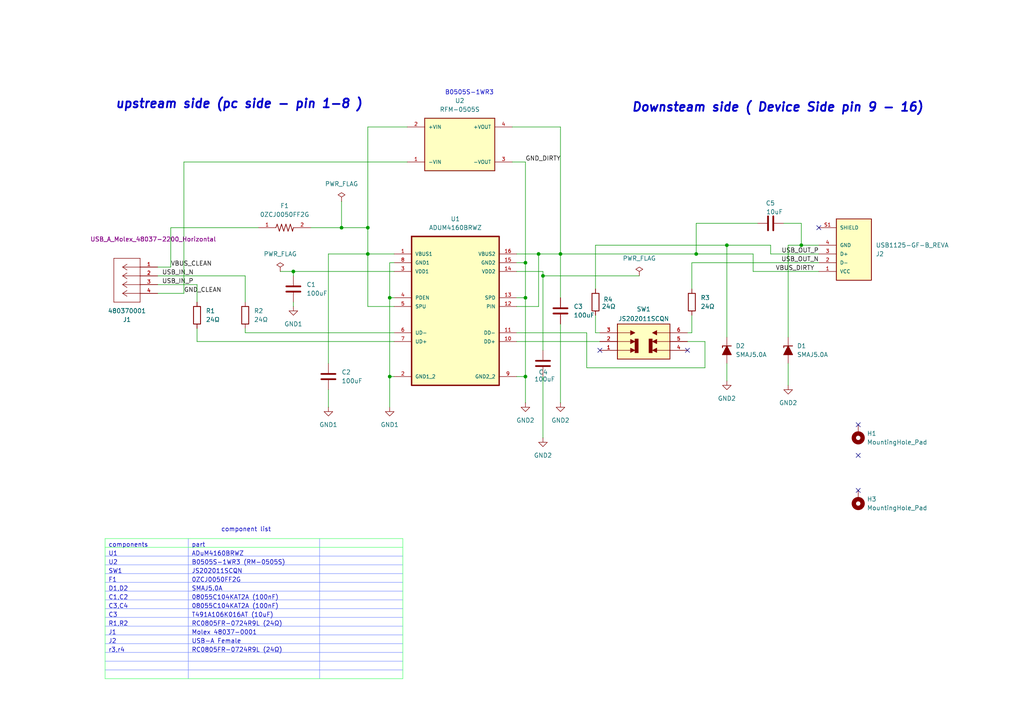
<source format=kicad_sch>
(kicad_sch (version 20250114) (generator "eeschema") (generator_version "9.0")
  (paper "A4")
  (lib_symbols
    (symbol "0ZCJ0050FF2G:0ZCJ0050FF2G" (pin_names (offset 1.016))
      (property "Reference" "R" (at -3.81 1.4986 0))
      (property "Value" "0ZCJ0050FF2G" (at -3.81 -3.302 0))
      (symbol "0ZCJ0050FF2G_0_0"
        (polyline (pts (xy -2.54 0) (xy -2.159 1.016)) (stroke (width 0.2032)))
        (polyline (pts (xy -2.159 1.016) (xy -1.524 -1.016)) (stroke (width 0.2032)))
        (polyline (pts (xy -1.524 -1.016) (xy -0.889 1.016)) (stroke (width 0.2032)))
        (polyline (pts (xy -0.889 1.016) (xy -0.254 -1.016)) (stroke (width 0.2032)))
        (polyline (pts (xy -0.254 -1.016) (xy 0.381 1.016)) (stroke (width 0.2032)))
        (polyline (pts (xy 0.381 1.016) (xy 1.016 -1.016)) (stroke (width 0.2032)))
        (polyline (pts (xy 1.016 -1.016) (xy 1.651 1.016)) (stroke (width 0.2032)))
        (polyline (pts (xy 1.651 1.016) (xy 2.286 -1.016)) (stroke (width 0.2032)))
        (polyline (pts (xy 2.286 -1.016) (xy 2.54 0)) (stroke (width 0.2032)))
        (pin passive line (at -7.62 0 0) (length 5.08) (name "~") (number "1"))
        (pin passive line (at 7.62 0 180) (length 5.08) (name "~") (number "2"))
      )
    )
    (symbol "480370001:480370001" (pin_names (offset 1.016))
      (property "Reference" "J" (at 4.1656 5.3086 0))
      (property "Value" "480370001" (at 4.8006 -6.1214 0))
      (symbol "480370001_0_0"
        (polyline (pts (xy 5.08 2.54) (xy 5.08 -10.16)) (stroke (width 0.1524)))
        (polyline (pts (xy 5.08 -10.16) (xy 12.7 -10.16)) (stroke (width 0.1524)))
        (polyline (pts (xy 10.16 0) (xy 5.08 0)) (stroke (width 0.1524)))
        (polyline (pts (xy 10.16 0) (xy 8.89 0.8382)) (stroke (width 0.1524)))
        (polyline (pts (xy 10.16 0) (xy 8.89 -0.8382)) (stroke (width 0.1524)))
        (polyline (pts (xy 10.16 -2.54) (xy 5.08 -2.54)) (stroke (width 0.1524)))
        (polyline (pts (xy 10.16 -2.54) (xy 8.89 -1.7018)) (stroke (width 0.1524)))
        (polyline (pts (xy 10.16 -2.54) (xy 8.89 -3.3782)) (stroke (width 0.1524)))
        (polyline (pts (xy 10.16 -5.08) (xy 5.08 -5.08)) (stroke (width 0.1524)))
        (polyline (pts (xy 10.16 -5.08) (xy 8.89 -4.2418)) (stroke (width 0.1524)))
        (polyline (pts (xy 10.16 -5.08) (xy 8.89 -5.9182)) (stroke (width 0.1524)))
        (polyline (pts (xy 10.16 -7.62) (xy 5.08 -7.62)) (stroke (width 0.1524)))
        (polyline (pts (xy 10.16 -7.62) (xy 8.89 -6.7818)) (stroke (width 0.1524)))
        (polyline (pts (xy 10.16 -7.62) (xy 8.89 -8.4582)) (stroke (width 0.1524)))
        (polyline (pts (xy 12.7 2.54) (xy 5.08 2.54)) (stroke (width 0.1524)))
        (polyline (pts (xy 12.7 -10.16) (xy 12.7 2.54)) (stroke (width 0.1524)))
        (pin passive line (at 0 0 0) (length 5.08) (name "~") (number "1"))
        (pin passive line (at 0 -2.54 0) (length 5.08) (name "~") (number "2"))
        (pin passive line (at 0 -5.08 0) (length 5.08) (name "~") (number "3"))
        (pin passive line (at 0 -7.62 0) (length 5.08) (name "~") (number "4"))
      )
    )
    (symbol "ADUM4160BRWZ:ADUM4160BRWZ" (pin_names (offset 1.016))
      (property "Reference" "U" (at -4.7268 20.2031 0))
      (property "Value" "ADUM4160BRWZ" (at -5.7964 -30.2023 0))
      (symbol "ADUM4160BRWZ_0_0"
        (rectangle (start -12.7 -25.4) (end 12.7 17.78) (stroke (width 0.4064)) (fill (type background)))
        (pin power_in line (at -17.78 12.7 0) (length 5.08) (name "VBUS1") (number "1"))
        (pin passive line (at -17.78 10.16 0) (length 5.08) (name "GND1") (number "8"))
        (pin power_in line (at -17.78 7.62 0) (length 5.08) (name "VDD1") (number "3"))
        (pin input line (at -17.78 0 0) (length 5.08) (name "PDEN") (number "4"))
        (pin input line (at -17.78 -2.54 0) (length 5.08) (name "SPU") (number "5"))
        (pin bidirectional line (at -17.78 -10.16 0) (length 5.08) (name "UD-") (number "6"))
        (pin bidirectional line (at -17.78 -12.7 0) (length 5.08) (name "UD+") (number "7"))
        (pin passive line (at -17.78 -22.86 0) (length 5.08) (name "GND1_2") (number "2"))
        (pin power_in line (at 17.78 12.7 180) (length 5.08) (name "VBUS2") (number "16"))
        (pin passive line (at 17.78 10.16 180) (length 5.08) (name "GND2") (number "15"))
        (pin power_in line (at 17.78 7.62 180) (length 5.08) (name "VDD2") (number "14"))
        (pin input line (at 17.78 0 180) (length 5.08) (name "SPD") (number "13"))
        (pin input line (at 17.78 -2.54 180) (length 5.08) (name "PIN") (number "12"))
        (pin bidirectional line (at 17.78 -10.16 180) (length 5.08) (name "DD-") (number "11"))
        (pin bidirectional line (at 17.78 -12.7 180) (length 5.08) (name "DD+") (number "10"))
        (pin passive line (at 17.78 -22.86 180) (length 5.08) (name "GND2_2") (number "9"))
      )
    )
    (symbol "JS202011SCQN:JS202011SCQN" (pin_names (offset 1.016))
      (property "Reference" "S" (at -7.62 6.35 0))
      (property "Value" "JS202011SCQN" (at -7.62 -6.35 0))
      (symbol "JS202011SCQN_0_0"
        (polyline (pts (xy -7.62 2.54) (xy -3.81 2.54)) (stroke (width 0.1524)))
        (polyline (pts (xy -7.62 0) (xy -3.81 0)) (stroke (width 0.1524)))
        (polyline (pts (xy -7.62 -2.54) (xy -3.81 -2.54)) (stroke (width 0.1524)))
        (rectangle (start -7.62 -5.08) (end 7.62 5.08) (stroke (width 0.254)) (fill (type background)))
        (polyline (pts (xy -3.81 3.175) (xy -3.81 1.905) (xy -2.54 2.54) (xy -3.81 3.175)) (stroke (width 0.1524)) (fill (type outline)))
        (polyline (pts (xy -3.81 0.635) (xy -3.81 -0.635) (xy -2.54 0) (xy -3.81 0.635)) (stroke (width 0.1524)) (fill (type outline)))
        (polyline (pts (xy -3.81 -1.905) (xy -3.81 -3.175) (xy -2.54 -2.54) (xy -3.81 -1.905)) (stroke (width 0.1524)) (fill (type outline)))
        (polyline (pts (xy -2.54 3.302) (xy -2.54 -0.762) (xy -1.524 -0.762) (xy -1.524 3.302) (xy -2.54 3.302)) (stroke (width 0.0254)) (fill (type outline)))
        (polyline (pts (xy 1.524 3.302) (xy 1.524 -0.762) (xy 2.54 -0.762) (xy 2.54 3.302) (xy 1.524 3.302)) (stroke (width 0.0254)) (fill (type outline)))
        (polyline (pts (xy 3.81 1.905) (xy 3.81 3.175) (xy 2.54 2.54) (xy 3.81 1.905)) (stroke (width 0.1524)) (fill (type outline)))
        (polyline (pts (xy 3.81 -0.635) (xy 3.81 0.635) (xy 2.54 0) (xy 3.81 -0.635)) (stroke (width 0.1524)) (fill (type outline)))
        (polyline (pts (xy 3.81 -3.175) (xy 3.81 -1.905) (xy 2.54 -2.54) (xy 3.81 -3.175)) (stroke (width 0.1524)) (fill (type outline)))
        (polyline (pts (xy 7.62 2.54) (xy 3.81 2.54)) (stroke (width 0.1524)))
        (polyline (pts (xy 7.62 0) (xy 3.81 0)) (stroke (width 0.1524)))
        (polyline (pts (xy 7.62 -2.54) (xy 3.81 -2.54)) (stroke (width 0.1524)))
        (pin passive line (at -12.7 2.54 0) (length 5.08) (name "~") (number "1"))
        (pin passive line (at -12.7 0 0) (length 5.08) (name "~") (number "2"))
        (pin passive line (at -12.7 -2.54 0) (length 5.08) (name "~") (number "3"))
        (pin passive line (at 12.7 2.54 180) (length 5.08) (name "~") (number "4"))
        (pin passive line (at 12.7 0 180) (length 5.08) (name "~") (number "5"))
        (pin passive line (at 12.7 -2.54 180) (length 5.08) (name "~") (number "6"))
      )
    )
    (symbol "Mechanical:MountingHole_Pad" (pin_numbers (hide yes)) (pin_names (offset 1.016) (hide yes)) (in_bom no)
      (property "Reference" "H" (at 0 6.35 0))
      (property "Value" "MountingHole_Pad" (at 0 4.445 0))
      (symbol "MountingHole_Pad_0_1"
        (circle (center 0 1.27) (radius 1.27) (stroke (width 1.27)))
      )
      (symbol "MountingHole_Pad_1_1"
        (pin input line (at 0 -2.54 90) (length 2.54) (name "1") (number "1"))
      )
    )
    (symbol "PCM_Capacitor_AKL:C_0805" (pin_numbers (hide yes)) (pin_names (offset 0.254))
      (property "Reference" "C" (at 0.635 2.54 0))
      (property "Value" "C_0805" (at 0.635 -2.54 0))
      (symbol "C_0805_0_1"
        (polyline (pts (xy -2.032 0.762) (xy 2.032 0.762)) (stroke (width 0.508)))
        (polyline (pts (xy -2.032 -0.762) (xy 2.032 -0.762)) (stroke (width 0.508)))
      )
      (symbol "C_0805_0_2"
        (polyline (pts (xy -2.54 -2.54) (xy -0.381 -0.381)))
        (polyline (pts (xy -0.508 -0.508) (xy -1.651 0.635)) (stroke (width 0.508)))
        (polyline (pts (xy -0.508 -0.508) (xy 0.635 -1.651)) (stroke (width 0.508)))
        (polyline (pts (xy 0.381 0.381) (xy 2.54 2.54)))
        (polyline (pts (xy 0.508 0.508) (xy -0.635 1.651)) (stroke (width 0.508)))
        (polyline (pts (xy 0.508 0.508) (xy 1.651 -0.635)) (stroke (width 0.508)))
      )
      (symbol "C_0805_1_1"
        (pin passive line (at 0 3.81 270) (length 2.794) (name "~") (number "1"))
        (pin passive line (at 0 -3.81 90) (length 2.794) (name "~") (number "2"))
      )
      (symbol "C_0805_1_2"
        (pin passive line (at -2.54 -2.54 90) (length 0) (name "~") (number "2"))
        (pin passive line (at 2.54 2.54 270) (length 0) (name "~") (number "1"))
      )
    )
    (symbol "PCM_Capacitor_AKL:C_1206" (pin_numbers (hide yes)) (pin_names (offset 0.254))
      (property "Reference" "C" (at 0.635 2.54 0))
      (property "Value" "C_1206" (at 0.635 -2.54 0))
      (symbol "C_1206_0_1"
        (polyline (pts (xy -2.032 0.762) (xy 2.032 0.762)) (stroke (width 0.508)))
        (polyline (pts (xy -2.032 -0.762) (xy 2.032 -0.762)) (stroke (width 0.508)))
      )
      (symbol "C_1206_0_2"
        (polyline (pts (xy -2.54 -2.54) (xy -0.381 -0.381)))
        (polyline (pts (xy -0.508 -0.508) (xy -1.651 0.635)) (stroke (width 0.508)))
        (polyline (pts (xy -0.508 -0.508) (xy 0.635 -1.651)) (stroke (width 0.508)))
        (polyline (pts (xy 0.381 0.381) (xy 2.54 2.54)))
        (polyline (pts (xy 0.508 0.508) (xy -0.635 1.651)) (stroke (width 0.508)))
        (polyline (pts (xy 0.508 0.508) (xy 1.651 -0.635)) (stroke (width 0.508)))
      )
      (symbol "C_1206_1_1"
        (pin passive line (at 0 3.81 270) (length 2.794) (name "~") (number "1"))
        (pin passive line (at 0 -3.81 90) (length 2.794) (name "~") (number "2"))
      )
      (symbol "C_1206_1_2"
        (pin passive line (at -2.54 -2.54 90) (length 0) (name "~") (number "2"))
        (pin passive line (at 2.54 2.54 270) (length 0) (name "~") (number "1"))
      )
    )
    (symbol "PCM_Diode_TVS_AKL:SMAJ5.0A" (pin_numbers (hide yes)) (pin_names (offset 1.016) (hide yes))
      (property "Reference" "D" (at 0 5.08 0))
      (property "Value" "SMAJ5.0A" (at 0 2.54 0))
      (symbol "SMAJ5.0A_0_1"
        (polyline (pts (xy -1.27 1.27) (xy -1.27 -1.27) (xy 1.27 0) (xy -1.27 1.27)) (stroke (width 0.254)) (fill (type outline)))
        (polyline (pts (xy -1.27 0) (xy 1.27 0)))
        (polyline (pts (xy 1.27 1.27) (xy 0.762 1.27)) (stroke (width 0.254)))
        (polyline (pts (xy 1.27 -1.27) (xy 1.27 1.27)) (stroke (width 0.254)))
      )
      (symbol "SMAJ5.0A_0_2"
        (polyline (pts (xy -2.54 -2.54) (xy 2.54 2.54)))
        (polyline (pts (xy -0.889 -0.889) (xy -1.778 0) (xy 0.889 0.889) (xy 0 -1.778) (xy -0.889 -0.889)) (stroke (width 0.254)) (fill (type outline)))
        (polyline (pts (xy 0 1.778) (xy -0.381 1.397)) (stroke (width 0.254)))
        (polyline (pts (xy 0 1.778) (xy 1.778 0)) (stroke (width 0.254)))
      )
      (symbol "SMAJ5.0A_1_1"
        (pin passive line (at -3.81 0 0) (length 2.54) (name "A") (number "2"))
        (pin passive line (at 3.81 0 180) (length 2.54) (name "K") (number "1"))
      )
      (symbol "SMAJ5.0A_1_2"
        (pin passive line (at -2.54 -2.54 0) (length 0) (name "A") (number "2"))
        (pin passive line (at 2.54 2.54 180) (length 0) (name "K") (number "1"))
      )
    )
    (symbol "PCM_Resistor_AKL:R_0805" (pin_numbers (hide yes)) (pin_names (offset 0))
      (property "Reference" "R" (at 2.54 1.27 0))
      (property "Value" "R_0805" (at 2.54 -1.27 0))
      (symbol "R_0805_0_1"
        (rectangle (start -1.016 2.54) (end 1.016 -2.54) (stroke (width 0.254)))
      )
      (symbol "R_0805_0_2"
        (polyline (pts (xy -2.54 -2.54) (xy -1.524 -1.524)))
        (polyline (pts (xy 1.524 1.524) (xy 2.54 2.54)))
        (polyline (pts (xy 1.524 1.524) (xy 0.889 2.159) (xy -2.159 -0.889) (xy -0.889 -2.159) (xy 2.159 0.889) (xy 1.524 1.524)) (stroke (width 0.254)))
      )
      (symbol "R_0805_1_1"
        (pin passive line (at 0 3.81 270) (length 1.27) (name "~") (number "1"))
        (pin passive line (at 0 -3.81 90) (length 1.27) (name "~") (number "2"))
      )
      (symbol "R_0805_1_2"
        (pin passive line (at -2.54 -2.54 0) (length 0) (name "") (number "2"))
        (pin passive line (at 2.54 2.54 180) (length 0) (name "") (number "1"))
      )
    )
    (symbol "PCM_fab:PWR_FLAG" (power) (pin_numbers (hide yes)) (pin_names (offset 0) (hide yes))
      (property "Value" "PWR_FLAG" (at 0 3.81 0))
      (symbol "PWR_FLAG_0_1"
        (polyline (pts (xy 0 0) (xy 0 1.27) (xy -1.016 1.905) (xy 0 2.54) (xy 1.016 1.905) (xy 0 1.27)))
      )
      (symbol "PWR_FLAG_1_0"
        (pin power_out line (at 0 0 90) (length 0) (name "PWR_FLAG") (number "1"))
      )
    )
    (symbol "RFM-0505S:RFM-0505S" (pin_names (offset 1.016))
      (property "Reference" "PS" (at -10.16 8.89 0))
      (property "Value" "RFM-0505S" (at -10.16 -10.16 0))
      (symbol "RFM-0505S_0_0"
        (rectangle (start -10.16 -7.62) (end 10.16 7.62) (stroke (width 0.254)) (fill (type background)))
        (pin input line (at -15.24 5.08 0) (length 5.08) (name "+VIN") (number "2"))
        (pin input line (at -15.24 -5.08 0) (length 5.08) (name "-VIN") (number "1"))
        (pin output line (at 15.24 5.08 180) (length 5.08) (name "+VOUT") (number "4"))
        (pin output line (at 15.24 -5.08 180) (length 5.08) (name "-VOUT") (number "3"))
      )
    )
    (symbol "USB1125-GF-B_REVA:USB1125-GF-B_REVA" (pin_names (offset 1.016))
      (property "Reference" "J" (at -5.08 8.89 0))
      (property "Value" "USB1125-GF-B_REVA" (at -5.08 -12.7 0))
      (symbol "USB1125-GF-B_REVA_0_0"
        (rectangle (start -5.08 -10.16) (end 5.08 7.62) (stroke (width 0.254)) (fill (type background)))
        (pin power_in line (at -10.16 5.08 0) (length 5.08) (name "VCC") (number "1"))
        (pin bidirectional line (at -10.16 2.54 0) (length 5.08) (name "D-") (number "2"))
        (pin bidirectional line (at -10.16 0 0) (length 5.08) (name "D+") (number "3"))
        (pin power_in line (at -10.16 -2.54 0) (length 5.08) (name "GND") (number "4"))
        (pin passive line (at -10.16 -7.62 0) (length 5.08) (name "SHIELD") (number "S1"))
        (pin passive line (at -10.16 -7.62 0) (length 5.08) (hide yes) (name "SHIELD") (number "S2"))
      )
    )
    (symbol "power:GND1" (power) (pin_numbers (hide yes)) (pin_names (offset 0) (hide yes))
      (property "Value" "GND1" (at 0 -3.81 0))
      (symbol "GND1_0_1"
        (polyline (pts (xy 0 0) (xy 0 -1.27) (xy 1.27 -1.27) (xy 0 -2.54) (xy -1.27 -1.27) (xy 0 -1.27)))
      )
      (symbol "GND1_1_1"
        (pin power_in line (at 0 0 270) (length 0) (name "~") (number "1"))
      )
    )
    (symbol "power:GND2" (power) (pin_numbers (hide yes)) (pin_names (offset 0) (hide yes))
      (property "Value" "GND2" (at 0 -3.81 0))
      (symbol "GND2_0_1"
        (polyline (pts (xy 0 0) (xy 0 -1.27) (xy 1.27 -1.27) (xy 0 -2.54) (xy -1.27 -1.27) (xy 0 -1.27)))
      )
      (symbol "GND2_1_1"
        (pin power_in line (at 0 0 270) (length 0) (name "~") (number "1"))
      )
    )
  )
  (text "B0505S-1WR3" (at 136.144 26.924 0) (effects (font (size 1.27 1.27))))
  (text "Downsteam side ( Device Side pin 9 - 16)" (at 225.552 31.242 0) (effects (font (size 2.54 2.54) (thickness 0.508) (bold yes) (italic yes))))
  (text "component list" (at 71.374 153.67 0) (effects (font (size 1.27 1.27))))
  (text "upstream side (pc side - pin 1-8 )" (at 69.342 30.226 0) (effects (font (size 2.54 2.54) (thickness 0.508) (bold yes) (italic yes))))
  (junction (at 99.06 66.04))
  (junction (at 152.4 86.36))
  (junction (at 152.4 109.22))
  (junction (at 156.21 73.66))
  (junction (at 85.09 78.74))
  (junction (at 157.48 80.01))
  (junction (at 162.56 73.66))
  (junction (at 113.03 109.22))
  (junction (at 152.4 76.2))
  (junction (at 201.93 73.66))
  (junction (at 106.68 66.04))
  (junction (at 113.03 86.36))
  (junction (at 210.82 71.12))
  (junction (at 232.41 71.12))
  (junction (at 106.68 73.66))
  (no_connect (at 248.92 142.24))
  (no_connect (at 173.99 101.6))
  (no_connect (at 248.92 123.19))
  (no_connect (at 199.39 101.6))
  (no_connect (at 237.49 66.04))
  (no_connect (at 248.92 132.08))
  (wire (pts (xy 200.66 83.82) (xy 200.66 76.2)))
  (wire (pts (xy 172.72 96.52) (xy 173.99 96.52)))
  (wire (pts (xy 157.48 78.74) (xy 157.48 80.01)))
  (wire (pts (xy 237.49 78.74) (xy 218.44 78.74)))
  (wire (pts (xy 113.03 86.36) (xy 114.3 86.36)))
  (wire (pts (xy 200.66 91.44) (xy 200.66 96.52)))
  (wire (pts (xy 228.6 97.79) (xy 228.6 71.12)))
  (wire (pts (xy 232.41 71.12) (xy 232.41 64.77)))
  (wire (pts (xy 201.93 64.77) (xy 201.93 73.66)))
  (wire (pts (xy 114.3 99.06) (xy 57.15 99.06)))
  (wire (pts (xy 210.82 71.12) (xy 210.82 97.79)))
  (wire (pts (xy 223.52 73.66) (xy 237.49 73.66)))
  (wire (pts (xy 45.72 77.47) (xy 49.53 77.47)))
  (wire (pts (xy 237.49 71.12) (xy 232.41 71.12)))
  (wire (pts (xy 149.86 86.36) (xy 152.4 86.36)))
  (wire (pts (xy 149.86 99.06) (xy 173.99 99.06)))
  (wire (pts (xy 228.6 71.12) (xy 232.41 71.12)))
  (wire (pts (xy 45.72 80.01) (xy 71.12 80.01)))
  (wire (pts (xy 149.86 88.9) (xy 156.21 88.9)))
  (wire (pts (xy 57.15 95.25) (xy 57.15 99.06)))
  (wire (pts (xy 201.93 73.66) (xy 218.44 73.66)))
  (wire (pts (xy 71.12 96.52) (xy 114.3 96.52)))
  (wire (pts (xy 210.82 105.41) (xy 210.82 110.49)))
  (wire (pts (xy 106.68 88.9) (xy 106.68 73.66)))
  (wire (pts (xy 85.09 88.9) (xy 85.09 87.63)))
  (wire (pts (xy 71.12 80.01) (xy 71.12 87.63)))
  (wire (pts (xy 218.44 78.74) (xy 218.44 73.66)))
  (wire (pts (xy 156.21 88.9) (xy 156.21 73.66)))
  (wire (pts (xy 156.21 73.66) (xy 149.86 73.66)))
  (wire (pts (xy 170.18 106.68) (xy 204.47 106.68)))
  (wire (pts (xy 162.56 93.98) (xy 162.56 116.84)))
  (wire (pts (xy 49.53 77.47) (xy 49.53 66.04)))
  (wire (pts (xy 95.25 73.66) (xy 106.68 73.66)))
  (wire (pts (xy 113.03 86.36) (xy 113.03 109.22)))
  (wire (pts (xy 172.72 91.44) (xy 172.72 96.52)))
  (wire (pts (xy 45.72 82.55) (xy 57.15 82.55)))
  (wire (pts (xy 106.68 73.66) (xy 114.3 73.66)))
  (wire (pts (xy 162.56 73.66) (xy 156.21 73.66)))
  (wire (pts (xy 228.6 105.41) (xy 228.6 111.76)))
  (wire (pts (xy 113.03 109.22) (xy 114.3 109.22)))
  (wire (pts (xy 172.72 83.82) (xy 172.72 71.12)))
  (wire (pts (xy 106.68 66.04) (xy 106.68 73.66)))
  (wire (pts (xy 210.82 71.12) (xy 223.52 71.12)))
  (wire (pts (xy 81.28 78.74) (xy 85.09 78.74)))
  (wire (pts (xy 172.72 71.12) (xy 210.82 71.12)))
  (wire (pts (xy 162.56 36.83) (xy 162.56 73.66)))
  (wire (pts (xy 90.17 66.04) (xy 99.06 66.04)))
  (wire (pts (xy 149.86 109.22) (xy 152.4 109.22)))
  (wire (pts (xy 114.3 76.2) (xy 113.03 76.2)))
  (wire (pts (xy 157.48 109.22) (xy 157.48 127)))
  (wire (pts (xy 99.06 66.04) (xy 106.68 66.04)))
  (wire (pts (xy 95.25 113.03) (xy 95.25 118.11)))
  (wire (pts (xy 99.06 58.42) (xy 99.06 66.04)))
  (wire (pts (xy 106.68 36.83) (xy 106.68 66.04)))
  (wire (pts (xy 204.47 99.06) (xy 199.39 99.06)))
  (wire (pts (xy 148.59 46.99) (xy 152.4 46.99)))
  (wire (pts (xy 170.18 96.52) (xy 170.18 106.68)))
  (wire (pts (xy 45.72 85.09) (xy 53.34 85.09)))
  (wire (pts (xy 152.4 46.99) (xy 152.4 76.2)))
  (wire (pts (xy 85.09 78.74) (xy 114.3 78.74)))
  (wire (pts (xy 227.33 64.77) (xy 232.41 64.77)))
  (wire (pts (xy 149.86 78.74) (xy 157.48 78.74)))
  (wire (pts (xy 95.25 105.41) (xy 95.25 73.66)))
  (wire (pts (xy 152.4 109.22) (xy 152.4 116.84)))
  (wire (pts (xy 118.11 36.83) (xy 106.68 36.83)))
  (wire (pts (xy 53.34 46.99) (xy 118.11 46.99)))
  (wire (pts (xy 162.56 86.36) (xy 162.56 73.66)))
  (wire (pts (xy 57.15 82.55) (xy 57.15 87.63)))
  (wire (pts (xy 223.52 71.12) (xy 223.52 73.66)))
  (wire (pts (xy 49.53 66.04) (xy 74.93 66.04)))
  (wire (pts (xy 204.47 106.68) (xy 204.47 99.06)))
  (wire (pts (xy 149.86 96.52) (xy 170.18 96.52)))
  (wire (pts (xy 148.59 36.83) (xy 162.56 36.83)))
  (wire (pts (xy 162.56 73.66) (xy 201.93 73.66)))
  (wire (pts (xy 219.71 64.77) (xy 201.93 64.77)))
  (wire (pts (xy 200.66 96.52) (xy 199.39 96.52)))
  (wire (pts (xy 113.03 109.22) (xy 113.03 118.11)))
  (wire (pts (xy 157.48 80.01) (xy 157.48 101.6)))
  (wire (pts (xy 114.3 88.9) (xy 106.68 88.9)))
  (wire (pts (xy 152.4 76.2) (xy 149.86 76.2)))
  (wire (pts (xy 200.66 76.2) (xy 237.49 76.2)))
  (wire (pts (xy 85.09 80.01) (xy 85.09 78.74)))
  (wire (pts (xy 71.12 95.25) (xy 71.12 96.52)))
  (wire (pts (xy 152.4 109.22) (xy 152.4 86.36)))
  (wire (pts (xy 113.03 76.2) (xy 113.03 86.36)))
  (wire (pts (xy 152.4 76.2) (xy 152.4 86.36)))
  (wire (pts (xy 157.48 80.01) (xy 185.42 80.01)))
  (wire (pts (xy 53.34 46.99) (xy 53.34 85.09)))
  (table (column_count 3) (border (external yes) (header yes) (stroke (width 0) (color 83 255 115 1))) (separators (rows yes) (cols yes) (stroke (width 0) (color 126 146 255 1))) (column_widths 24.13 38.1 24.13) (row_heights 2.54 2.54 2.54 2.54 2.54 2.54 2.54 2.54 2.54 2.54 2.54 2.54 2.54 2.54 2.54 2.54) (cells (table_cell "components" (at 30.48 156.21 0) (size 24.13 2.54) (margins 0.9525 0.9525 0.9525 0.9525) (span 1 1)) (table_cell "part" (at 54.61 156.21 0) (size 38.1 2.54) (margins 0.9525 0.9525 0.9525 0.9525) (span 1 1)) (table_cell "" (at 92.71 156.21 0) (size 24.13 2.54) (margins 0.9525 0.9525 0.9525 0.9525) (span 1 1)) (table_cell "U1" (at 30.48 158.75 0) (size 24.13 2.54) (margins 0.9525 0.9525 0.9525 0.9525) (span 1 1)) (table_cell "ADuM4160BRWZ" (at 54.61 158.75 0) (size 38.1 2.54) (margins 0.9525 0.9525 0.9525 0.9525) (span 1 1)) (table_cell "" (at 92.71 158.75 0) (size 24.13 2.54) (margins 0.9525 0.9525 0.9525 0.9525) (span 1 1)) (table_cell "U2" (at 30.48 161.29 0) (size 24.13 2.54) (margins 0.9525 0.9525 0.9525 0.9525) (span 1 1)) (table_cell "B0505S-1WR3 (RM-0505S)" (at 54.61 161.29 0) (size 38.1 2.54) (margins 0.9525 0.9525 0.9525 0.9525) (span 1 1)) (table_cell "" (at 92.71 161.29 0) (size 24.13 2.54) (margins 0.9525 0.9525 0.9525 0.9525) (span 1 1)) (table_cell "SW1" (at 30.48 163.83 0) (size 24.13 2.54) (margins 0.9525 0.9525 0.9525 0.9525) (span 1 1)) (table_cell "JS202011SCQN" (at 54.61 163.83 0) (size 38.1 2.54) (margins 0.9525 0.9525 0.9525 0.9525) (span 1 1)) (table_cell "" (at 92.71 163.83 0) (size 24.13 2.54) (margins 0.9525 0.9525 0.9525 0.9525) (span 1 1)) (table_cell "F1" (at 30.48 166.37 0) (size 24.13 2.54) (margins 0.9525 0.9525 0.9525 0.9525) (span 1 1)) (table_cell "0ZCJ0050FF2G" (at 54.61 166.37 0) (size 38.1 2.54) (margins 0.9525 0.9525 0.9525 0.9525) (span 1 1)) (table_cell "" (at 92.71 166.37 0) (size 24.13 2.54) (margins 0.9525 0.9525 0.9525 0.9525) (span 1 1)) (table_cell "D1,D2" (at 30.48 168.91 0) (size 24.13 2.54) (margins 0.9525 0.9525 0.9525 0.9525) (span 1 1)) (table_cell "SMAJ5.0A" (at 54.61 168.91 0) (size 38.1 2.54) (margins 0.9525 0.9525 0.9525 0.9525) (span 1 1)) (table_cell "" (at 92.71 168.91 0) (size 24.13 2.54) (margins 0.9525 0.9525 0.9525 0.9525) (span 1 1)) (table_cell "C1,C2" (at 30.48 171.45 0) (size 24.13 2.54) (margins 0.9525 0.9525 0.9525 0.9525) (span 1 1)) (table_cell "08055C104KAT2A (100nF)" (at 54.61 171.45 0) (size 38.1 2.54) (margins 0.9525 0.9525 0.9525 0.9525) (span 1 1)) (table_cell "" (at 92.71 171.45 0) (size 24.13 2.54) (margins 0.9525 0.9525 0.9525 0.9525) (span 1 1)) (table_cell "C3,C4" (at 30.48 173.99 0) (size 24.13 2.54) (margins 0.9525 0.9525 0.9525 0.9525) (span 1 1)) (table_cell "08055C104KAT2A (100nF)" (at 54.61 173.99 0) (size 38.1 2.54) (margins 0.9525 0.9525 0.9525 0.9525) (span 1 1)) (table_cell "" (at 92.71 173.99 0) (size 24.13 2.54) (margins 0.9525 0.9525 0.9525 0.9525) (span 1 1)) (table_cell "C3" (at 30.48 176.53 0) (size 24.13 2.54) (margins 0.9525 0.9525 0.9525 0.9525) (span 1 1)) (table_cell "T491A106K016AT (10uF)" (at 54.61 176.53 0) (size 38.1 2.54) (margins 0.9525 0.9525 0.9525 0.9525) (span 1 1)) (table_cell "" (at 92.71 176.53 0) (size 24.13 2.54) (margins 0.9525 0.9525 0.9525 0.9525) (span 1 1)) (table_cell "R1,R2" (at 30.48 179.07 0) (size 24.13 2.54) (margins 0.9525 0.9525 0.9525 0.9525) (span 1 1)) (table_cell "RC0805FR-0724R9L (24Ω)" (at 54.61 179.07 0) (size 38.1 2.54) (margins 0.9525 0.9525 0.9525 0.9525) (span 1 1)) (table_cell "" (at 92.71 179.07 0) (size 24.13 2.54) (margins 0.9525 0.9525 0.9525 0.9525) (span 1 1)) (table_cell "J1" (at 30.48 181.61 0) (size 24.13 2.54) (margins 0.9525 0.9525 0.9525 0.9525) (span 1 1)) (table_cell "Molex 48037-0001" (at 54.61 181.61 0) (size 38.1 2.54) (margins 0.9525 0.9525 0.9525 0.9525) (span 1 1)) (table_cell "" (at 92.71 181.61 0) (size 24.13 2.54) (margins 0.9525 0.9525 0.9525 0.9525) (span 1 1)) (table_cell "J2" (at 30.48 184.15 0) (size 24.13 2.54) (margins 0.9525 0.9525 0.9525 0.9525) (span 1 1)) (table_cell "USB-A Female" (at 54.61 184.15 0) (size 38.1 2.54) (margins 0.9525 0.9525 0.9525 0.9525) (span 1 1)) (table_cell "" (at 92.71 184.15 0) (size 24.13 2.54) (margins 0.9525 0.9525 0.9525 0.9525) (span 1 1)) (table_cell "r3,r4" (at 30.48 186.69 0) (size 24.13 2.54) (margins 0.9525 0.9525 0.9525 0.9525) (span 1 1)) (table_cell "RC0805FR-0724R9L (24Ω)" (at 54.61 186.69 0) (size 38.1 2.54) (margins 0.9525 0.9525 0.9525 0.9525) (span 1 1)) (table_cell "" (at 92.71 186.69 0) (size 24.13 2.54) (margins 0.9525 0.9525 0.9525 0.9525) (span 1 1)) (table_cell "" (at 30.48 189.23 0) (size 24.13 2.54) (margins 0.9525 0.9525 0.9525 0.9525) (span 1 1)) (table_cell "" (at 54.61 189.23 0) (size 38.1 2.54) (margins 0.9525 0.9525 0.9525 0.9525) (span 1 1)) (table_cell "" (at 92.71 189.23 0) (size 24.13 2.54) (margins 0.9525 0.9525 0.9525 0.9525) (span 1 1)) (table_cell "" (at 30.48 191.77 0) (size 24.13 2.54) (margins 0.9525 0.9525 0.9525 0.9525) (span 1 1)) (table_cell "" (at 54.61 191.77 0) (size 38.1 2.54) (margins 0.9525 0.9525 0.9525 0.9525) (span 1 1)) (table_cell "" (at 92.71 191.77 0) (size 24.13 2.54) (margins 0.9525 0.9525 0.9525 0.9525) (span 1 1)) (table_cell "" (at 30.48 194.31 0) (size 24.13 2.54) (margins 0.9525 0.9525 0.9525 0.9525) (span 1 1)) (table_cell "" (at 54.61 194.31 0) (size 38.1 2.54) (margins 0.9525 0.9525 0.9525 0.9525) (span 1 1)) (table_cell "" (at 92.71 194.31 0) (size 24.13 2.54) (margins 0.9525 0.9525 0.9525 0.9525) (span 1 1))))
  (label "USB_OUT_N" (at 237.49 76.2 180))
  (label "" (at 247.65 124.46 0))
  (label "USB_IN_P" (at 46.99 82.55 0))
  (label "GND_CLEAN" (at 53.34 85.09 0))
  (label "VBUS_CLEAN" (at 49.53 77.47 0))
  (label "USB_OUT_P" (at 237.49 73.66 180))
  (label "VBUS_DIRTY" (at 236.22 78.74 180))
  (label "USB_IN_N" (at 46.99 80.01 0))
  (label "GND_DIRTY" (at 152.4 46.99 0))
  (symbol (lib_id "power:GND1") (at 95.25 118.11 0) (unit 1)
    (property "Reference" "#PWR02" (effects (hide yes)))
    (property "Value" "GND1" (at 95.25 123.19 0))
    (property "Description" "Power symbol creates a global label with name \"GND1\" , ground" (effects (hide yes)))
  )
  (symbol (lib_id "PCM_Capacitor_AKL:C_0805") (at 85.09 83.82 0) (unit 1)
    (property "Reference" "C1" (at 88.9 82.5499 0) (effects (justify left)))
    (property "Value" "100uF" (at 88.9 85.0899 0) (effects (justify left)))
    (property "Footprint" "PCM_Capacitor_SMD_AKL:C_0805_2012Metric" (effects (hide yes)))
    (property "Description" "SMD 0805 MLCC capacitor, Alternate KiCad Library" (effects (hide yes)))
  )
  (symbol (lib_id "PCM_fab:PWR_FLAG") (at 99.06 58.42 0) (unit 1)
    (property "Reference" "#FLG01" (effects (hide yes)))
    (property "Value" "PWR_FLAG" (at 99.06 53.34 0))
    (property "Description" "Special symbol for telling ERC where power comes from" (effects (hide yes)))
  )
  (symbol (lib_id "RFM-0505S:RFM-0505S") (at 133.35 41.91 0) (unit 1)
    (property "Reference" "U2" (at 133.35 29.21 0))
    (property "Value" "RFM-0505S" (at 133.35 31.75 0))
    (property "Footprint" "RFM-0505S:CONV_RFM-0505S" (effects (hide yes)))
    (property "MF" "Recom Power" (effects (hide yes)))
    (property "MAXIMUM_PACKAGE_HEIGHT" "10mm" (effects (hide yes)))
    (property "Package" "SIP-4 Recom Power" (effects (hide yes)))
    (property "Price" "None" (effects (hide yes)))
    (property "Check_prices" "https://www.snapeda.com/parts/RFM-0505S/Recom+Power/view-part/?ref=eda" (effects (hide yes)))
    (property "STANDARD" "Manufacturer Recommendations" (effects (hide yes)))
    (property "PARTREV" "0" (effects (hide yes)))
    (property "SnapEDA_Link" "https://www.snapeda.com/parts/RFM-0505S/Recom+Power/view-part/?ref=snap" (effects (hide yes)))
    (property "MP" "RFM-0505S" (effects (hide yes)))
    (property "Description_1" "DC-DC Converter, SIP4, 1kV unreg, Single Output, 1W, 5V Out, RFM Series | RECOM Power Inc. RFM-0505S" (effects (hide yes)))
    (property "Availability" "In Stock" (effects (hide yes)))
    (property "MANUFACTURER" "Recom" (effects (hide yes)))
  )
  (symbol (lib_id "power:GND2") (at 152.4 116.84 0) (unit 1)
    (property "Reference" "#PWR04" (effects (hide yes)))
    (property "Value" "GND2" (at 152.4 121.92 0))
    (property "Description" "Power symbol creates a global label with name \"GND2\" , ground" (effects (hide yes)))
  )
  (symbol (lib_id "Mechanical:MountingHole_Pad") (at 248.92 125.73 180) (unit 1) (in_bom no)
    (property "Reference" "H1" (at 251.46 125.7299 0) (effects (justify right)))
    (property "Value" "MountingHole_Pad" (at 251.46 128.2699 0) (effects (justify right)))
    (property "Footprint" "MountingHole:MountingHole_3.2mm_M3_Pad_Via" (effects (hide yes)))
    (property "Description" "Mounting Hole with connection" (effects (hide yes)))
  )
  (symbol (lib_id "power:GND2") (at 210.82 110.49 0) (unit 1)
    (property "Reference" "#PWR07" (effects (hide yes)))
    (property "Value" "GND2" (at 210.82 115.57 0))
    (property "Description" "Power symbol creates a global label with name \"GND2\" , ground" (effects (hide yes)))
  )
  (symbol (lib_id "PCM_Diode_TVS_AKL:SMAJ5.0A") (at 228.6 101.6 90) (unit 1)
    (property "Reference" "D1" (at 231.14 100.3299 90) (effects (justify right)))
    (property "Value" "SMAJ5.0A" (at 231.14 102.8699 90) (effects (justify right)))
    (property "Footprint" "PCM_Diode_SMD_AKL:D_SMA" (effects (hide yes)))
    (property "Datasheet" "https://www.tme.eu/Document/dbc72d81c249fe51b6ab42300e8e06d0/SMAJ_ser.pdf" (effects (hide yes)))
    (property "Description" "SMA Unidirectional TVS diode, 5V, 400W, Alternate KiCAD Library" (effects (hide yes)))
  )
  (symbol (lib_id "ADUM4160BRWZ:ADUM4160BRWZ") (at 132.08 86.36 0) (unit 1)
    (property "Reference" "U1" (at 132.08 63.5 0))
    (property "Value" "ADUM4160BRWZ" (at 132.08 66.04 0))
    (property "Footprint" "ADUM4160BRWZ:SOIC127P1032X265-16N" (effects (hide yes)))
    (property "MF" "Analog Devices" (effects (hide yes)))
    (property "Description_1" "Full/Low Speed USB Digital Isolator" (effects (hide yes)))
    (property "PACKAGE" "SOIC-16" (effects (hide yes)))
    (property "MPN" "ADUM4160BRWZ" (effects (hide yes)))
    (property "Price" "None" (effects (hide yes)))
    (property "Package" "SOIC-16 Analog Devices" (effects (hide yes)))
    (property "OC_FARNELL" "1858056" (effects (hide yes)))
    (property "SnapEDA_Link" "https://www.snapeda.com/parts/ADUM4160BRWZ/Analog+Devices/view-part/?ref=snap" (effects (hide yes)))
    (property "MP" "ADUM4160BRWZ" (effects (hide yes)))
    (property "SUPPLIER" "Analog Devices" (effects (hide yes)))
    (property "OC_NEWARK" "24R8652" (effects (hide yes)))
    (property "Availability" "In Stock" (effects (hide yes)))
    (property "Check_prices" "https://www.snapeda.com/parts/ADUM4160BRWZ/Analog+Devices/view-part/?ref=eda" (effects (hide yes)))
  )
  (symbol (lib_id "JS202011SCQN:JS202011SCQN") (at 186.69 99.06 0) (mirror x) (unit 1)
    (property "Reference" "SW1" (at 186.69 89.662 0))
    (property "Value" "JS202011SCQN" (at 186.69 92.456 0))
    (property "Footprint" "JS202011SCQN:SW_JS202011SCQN" (effects (hide yes)))
    (property "MF" "C&K" (effects (hide yes)))
    (property "MAXIMUM_PACKAGE_HEIGHT" "5.5 mm" (effects (hide yes)))
    (property "Package" "None" (effects (hide yes)))
    (property "Price" "None" (effects (hide yes)))
    (property "Check_prices" "https://www.snapeda.com/parts/JS202011SCQN/C%2526K/view-part/?ref=eda" (effects (hide yes)))
    (property "STANDARD" "Manufacturer Recommendations" (effects (hide yes)))
    (property "PARTREV" "26 May 22" (effects (hide yes)))
    (property "SnapEDA_Link" "https://www.snapeda.com/parts/JS202011SCQN/C%2526K/view-part/?ref=snap" (effects (hide yes)))
    (property "MP" "JS202011SCQN" (effects (hide yes)))
    (property "Description_1" "Slide Switch DPDT Surface Mount" (effects (hide yes)))
    (property "MANUFACTURER" "C&K" (effects (hide yes)))
    (property "Availability" "In Stock" (effects (hide yes)))
    (property "SNAPEDA_PN" "JS202011SCQN" (effects (hide yes)))
  )
  (symbol (lib_id "power:GND1") (at 85.09 88.9 0) (unit 1)
    (property "Reference" "#PWR01" (effects (hide yes)))
    (property "Value" "GND1" (at 85.09 93.98 0))
    (property "Description" "Power symbol creates a global label with name \"GND1\" , ground" (effects (hide yes)))
  )
  (symbol (lib_id "PCM_Resistor_AKL:R_0805") (at 71.12 91.44 0) (unit 1)
    (property "Reference" "R2" (at 73.66 90.1699 0) (effects (justify left)))
    (property "Value" "24Ω" (at 73.66 92.7099 0) (effects (justify left)))
    (property "Footprint" "PCM_Resistor_SMD_AKL:R_0805_2012Metric" (effects (hide yes)))
    (property "Description" "SMD 0805 Chip Resistor, European Symbol, Alternate KiCad Library" (effects (hide yes)))
  )
  (symbol (lib_id "power:GND2") (at 228.6 111.76 0) (unit 1)
    (property "Reference" "#PWR08" (effects (hide yes)))
    (property "Value" "GND2" (at 228.6 116.84 0))
    (property "Description" "Power symbol creates a global label with name \"GND2\" , ground" (effects (hide yes)))
  )
  (symbol (lib_id "PCM_fab:PWR_FLAG") (at 81.28 78.74 0) (unit 1)
    (property "Reference" "#FLG04" (effects (hide yes)))
    (property "Value" "PWR_FLAG" (at 81.28 73.66 0))
    (property "Description" "Special symbol for telling ERC where power comes from" (effects (hide yes)))
  )
  (symbol (lib_id "Mechanical:MountingHole_Pad") (at 248.92 144.78 180) (unit 1) (in_bom no)
    (property "Reference" "H3" (at 251.46 144.7799 0) (effects (justify right)))
    (property "Value" "MountingHole_Pad" (at 251.46 147.3199 0) (effects (justify right)))
    (property "Footprint" "MountingHole:MountingHole_3.2mm_M3_Pad_Via" (effects (hide yes)))
    (property "Description" "Mounting Hole with connection" (effects (hide yes)))
  )
  (symbol (lib_id "power:GND2") (at 162.56 116.84 0) (unit 1)
    (property "Reference" "#PWR06" (effects (hide yes)))
    (property "Value" "GND2" (at 162.56 121.92 0))
    (property "Description" "Power symbol creates a global label with name \"GND2\" , ground" (effects (hide yes)))
  )
  (symbol (lib_id "power:GND2") (at 157.48 127 0) (unit 1)
    (property "Reference" "#PWR05" (effects (hide yes)))
    (property "Value" "GND2" (at 157.48 132.08 0))
    (property "Description" "Power symbol creates a global label with name \"GND2\" , ground" (effects (hide yes)))
  )
  (symbol (lib_id "PCM_Capacitor_AKL:C_0805") (at 157.48 105.41 0) (unit 1)
    (property "Reference" "C4" (at 156.21 107.95 0) (effects (justify left)))
    (property "Value" "100uF" (at 154.94 109.982 0) (effects (justify left)))
    (property "Footprint" "PCM_Capacitor_SMD_AKL:C_0805_2012Metric" (effects (hide yes)))
    (property "Description" "SMD 0805 MLCC capacitor, Alternate KiCad Library" (effects (hide yes)))
  )
  (symbol (lib_id "PCM_Resistor_AKL:R_0805") (at 200.66 87.63 0) (unit 1)
    (property "Reference" "R3" (at 203.2 86.3599 0) (effects (justify left)))
    (property "Value" "24Ω" (at 203.2 88.8999 0) (effects (justify left)))
    (property "Footprint" "PCM_Resistor_SMD_AKL:R_0805_2012Metric" (effects (hide yes)))
    (property "Description" "SMD 0805 Chip Resistor, European Symbol, Alternate KiCad Library" (effects (hide yes)))
  )
  (symbol (lib_id "PCM_Capacitor_AKL:C_1206") (at 223.52 64.77 90) (unit 1)
    (property "Reference" "C5" (at 224.79 58.928 90) (effects (justify left)))
    (property "Value" "10uF" (at 227.076 61.468 90) (effects (justify left)))
    (property "Footprint" "PCM_Capacitor_SMD_AKL:C_1206_3216Metric" (effects (hide yes)))
    (property "Description" "SMD 1206 MLCC capacitor, Alternate KiCad Library" (effects (hide yes)))
  )
  (symbol (lib_id "PCM_Resistor_AKL:R_0805") (at 57.15 91.44 0) (unit 1)
    (property "Reference" "R1" (at 59.69 90.1699 0) (effects (justify left)))
    (property "Value" "24Ω" (at 59.69 92.7099 0) (effects (justify left)))
    (property "Footprint" "PCM_Resistor_SMD_AKL:R_0805_2012Metric" (effects (hide yes)))
    (property "Description" "SMD 0805 Chip Resistor, European Symbol, Alternate KiCad Library" (effects (hide yes)))
  )
  (symbol (lib_id "PCM_Capacitor_AKL:C_0805") (at 162.56 90.17 0) (unit 1)
    (property "Reference" "C3" (at 166.37 88.8999 0) (effects (justify left)))
    (property "Value" "100uF" (at 166.37 91.4399 0) (effects (justify left)))
    (property "Footprint" "PCM_Capacitor_SMD_AKL:C_0805_2012Metric" (effects (hide yes)))
    (property "Description" "SMD 0805 MLCC capacitor, Alternate KiCad Library" (effects (hide yes)))
  )
  (symbol (lib_id "USB1125-GF-B_REVA:USB1125-GF-B_REVA") (at 247.65 73.66 0) (mirror x) (unit 1)
    (property "Reference" "J2" (at 254 73.6601 0) (effects (justify left)))
    (property "Value" "USB1125-GF-B_REVA" (at 254 71.1201 0) (effects (justify left)))
    (property "Footprint" "USB1125-GF-B_REVA:GCT_USB1125-GF-B_REVA" (effects (hide yes)))
    (property "MF" "Global Connector Technology" (effects (hide yes)))
    (property "MAXIMUM_PACKAGE_HEIGHT" "6.63mm" (effects (hide yes)))
    (property "Package" "None" (effects (hide yes)))
    (property "Price" "None" (effects (hide yes)))
    (property "Check_prices" "https://www.snapeda.com/parts/USB1125-GF-B/Global+Connector+Technology/view-part/?ref=eda" (effects (hide yes)))
    (property "STANDARD" "Manufacturer Recommendations" (effects (hide yes)))
    (property "PARTREV" "A" (effects (hide yes)))
    (property "SnapEDA_Link" "https://www.snapeda.com/parts/USB1125-GF-B/Global+Connector+Technology/view-part/?ref=snap" (effects (hide yes)))
    (property "MP" "USB1125-GF-B" (effects (hide yes)))
    (property "Description_1" "USB 2.0 Receptacle, Type A, Through Hole, Horizontal, Top Mount, Without Flange, 6.48mm profile, 4 Pins, Through hole, compact receptacle, 5000 mating cycle, full size" (effects (hide yes)))
    (property "Availability" "In Stock" (effects (hide yes)))
    (property "MANUFACTURER" "GCT" (effects (hide yes)))
  )
  (symbol (lib_id "PCM_Resistor_AKL:R_0805") (at 172.72 87.63 0) (unit 1)
    (property "Reference" "R4" (at 175.006 86.868 0) (effects (justify left)))
    (property "Value" "24Ω" (at 174.498 88.9 0) (effects (justify left)))
    (property "Footprint" "PCM_Resistor_SMD_AKL:R_0805_2012Metric" (effects (hide yes)))
    (property "Description" "SMD 0805 Chip Resistor, European Symbol, Alternate KiCad Library" (effects (hide yes)))
  )
  (symbol (lib_id "PCM_Diode_TVS_AKL:SMAJ5.0A") (at 210.82 101.6 90) (unit 1)
    (property "Reference" "D2" (at 213.36 100.3299 90) (effects (justify right)))
    (property "Value" "SMAJ5.0A" (at 213.36 102.8699 90) (effects (justify right)))
    (property "Footprint" "PCM_Diode_SMD_AKL:D_SMA" (effects (hide yes)))
    (property "Datasheet" "https://www.tme.eu/Document/dbc72d81c249fe51b6ab42300e8e06d0/SMAJ_ser.pdf" (effects (hide yes)))
    (property "Description" "SMA Unidirectional TVS diode, 5V, 400W, Alternate KiCAD Library" (effects (hide yes)))
  )
  (symbol (lib_id "PCM_fab:PWR_FLAG") (at 185.42 80.01 0) (unit 1)
    (property "Reference" "#FLG03" (effects (hide yes)))
    (property "Value" "PWR_FLAG" (at 185.42 74.93 0))
    (property "Description" "Special symbol for telling ERC where power comes from" (effects (hide yes)))
  )
  (symbol (lib_id "power:GND1") (at 113.03 118.11 0) (unit 1)
    (property "Reference" "#PWR03" (effects (hide yes)))
    (property "Value" "GND1" (at 113.03 123.19 0))
    (property "Description" "Power symbol creates a global label with name \"GND1\" , ground" (effects (hide yes)))
  )
  (symbol (lib_id "0ZCJ0050FF2G:0ZCJ0050FF2G") (at 82.55 66.04 0) (unit 1)
    (property "Reference" "F1" (at 82.55 59.69 0))
    (property "Value" "0ZCJ0050FF2G" (at 82.55 62.23 0))
    (property "Footprint" "0ZCJ0050FF2G:RESC3216X125N" (effects (hide yes)))
    (property "MF" "Bel Fuse" (effects (hide yes)))
    (property "Description_1" "1206 SMT PPTC | 0.50 Ih | 8V" (effects (hide yes)))
    (property "Package" "1206 Bel Fuse" (effects (hide yes)))
    (property "Price" "None" (effects (hide yes)))
    (property "SnapEDA_Link" "https://www.snapeda.com/parts/0ZCJ0050FF2G/Bel+Circuit+Protection/view-part/?ref=snap" (effects (hide yes)))
    (property "MP" "0ZCJ0050FF2G" (effects (hide yes)))
    (property "Availability" "In Stock" (effects (hide yes)))
    (property "Check_prices" "https://www.snapeda.com/parts/0ZCJ0050FF2G/Bel+Circuit+Protection/view-part/?ref=eda" (effects (hide yes)))
  )
  (symbol (lib_id "PCM_Capacitor_AKL:C_0805") (at 95.25 109.22 0) (unit 1)
    (property "Reference" "C2" (at 99.06 107.9499 0) (effects (justify left)))
    (property "Value" "100uF" (at 99.06 110.4899 0) (effects (justify left)))
    (property "Footprint" "PCM_Capacitor_SMD_AKL:C_0805_2012Metric" (effects (hide yes)))
    (property "Description" "SMD 0805 MLCC capacitor, Alternate KiCad Library" (effects (hide yes)))
  )
  (symbol (lib_id "480370001:480370001") (at 45.72 77.47 0) (mirror y) (unit 1)
    (property "Reference" "J1" (at 36.83 92.71 0))
    (property "Value" "480370001" (at 36.83 90.17 0))
    (property "Footprint" "USB_A_Molex_48037-2200_Horizontal" (at 44.45 70.104 0) (effects (justify bottom)))
    (property "MF" "Molex" (effects (hide yes)))
    (property "Description_1" "USB-A (USB TYPE-A) USB 2.0 Plug Connector 4 Position Through Hole, Right Angle" (effects (hide yes)))
    (property "Package" "None" (effects (hide yes)))
    (property "Price" "None" (effects (hide yes)))
    (property "Check_prices" "https://www.snapeda.com/parts/480370001/Molex/view-part/?ref=eda" (effects (hide yes)))
    (property "Availability" "In Stock" (effects (hide yes)))
    (property "SnapEDA_Link" "https://www.snapeda.com/parts/480370001/Molex/view-part/?ref=snap" (effects (hide yes)))
    (property "MP" "480370001" (effects (hide yes)))
    (property "MFR_NAME" "Molex Connector Corporation" (effects (hide yes)))
    (property "MANUFACTURER_PART_NUMBER" "480370001" (effects (hide yes)))
  )
)
</source>
